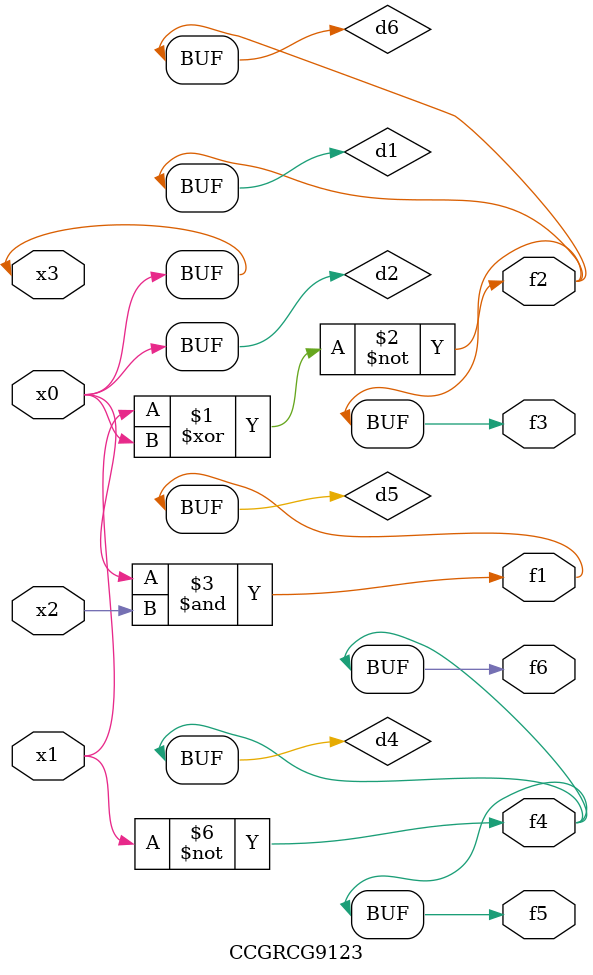
<source format=v>
module CCGRCG9123(
	input x0, x1, x2, x3,
	output f1, f2, f3, f4, f5, f6
);

	wire d1, d2, d3, d4, d5, d6;

	xnor (d1, x1, x3);
	buf (d2, x0, x3);
	nand (d3, x0, x2);
	not (d4, x1);
	nand (d5, d3);
	or (d6, d1);
	assign f1 = d5;
	assign f2 = d6;
	assign f3 = d6;
	assign f4 = d4;
	assign f5 = d4;
	assign f6 = d4;
endmodule

</source>
